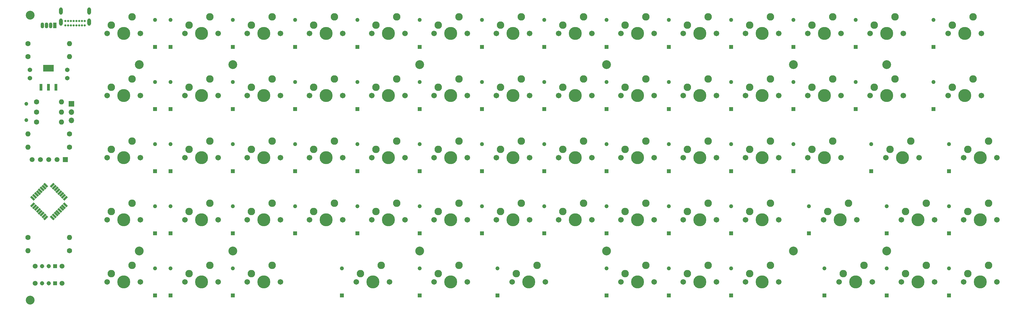
<source format=gts>
%TF.GenerationSoftware,KiCad,Pcbnew,(6.0.2)*%
%TF.CreationDate,2022-05-11T02:42:15-06:00*%
%TF.ProjectId,Uniform,556e6966-6f72-46d2-9e6b-696361645f70,rev?*%
%TF.SameCoordinates,Original*%
%TF.FileFunction,Soldermask,Top*%
%TF.FilePolarity,Negative*%
%FSLAX46Y46*%
G04 Gerber Fmt 4.6, Leading zero omitted, Abs format (unit mm)*
G04 Created by KiCad (PCBNEW (6.0.2)) date 2022-05-11 02:42:15*
%MOMM*%
%LPD*%
G01*
G04 APERTURE LIST*
G04 Aperture macros list*
%AMRotRect*
0 Rectangle, with rotation*
0 The origin of the aperture is its center*
0 $1 length*
0 $2 width*
0 $3 Rotation angle, in degrees counterclockwise*
0 Add horizontal line*
21,1,$1,$2,0,0,$3*%
G04 Aperture macros list end*
%ADD10O,1.070000X1.800000*%
%ADD11R,1.070000X1.800000*%
%ADD12C,1.371600*%
%ADD13C,1.600000*%
%ADD14O,1.600000X1.600000*%
%ADD15C,1.150000*%
%ADD16R,1.508000X1.508000*%
%ADD17C,1.508000*%
%ADD18R,1.700000X1.700000*%
%ADD19O,1.700000X1.700000*%
%ADD20R,1.238000X1.238000*%
%ADD21C,1.238000*%
%ADD22C,1.701800*%
%ADD23C,3.987800*%
%ADD24C,2.286000*%
%ADD25C,1.500000*%
%ADD26R,1.308000X1.308000*%
%ADD27C,1.308000*%
%ADD28RotRect,0.600000X1.475000X225.000000*%
%ADD29RotRect,0.600000X1.475000X135.000000*%
%ADD30R,0.950000X2.150000*%
%ADD31R,3.250000X2.150000*%
%ADD32C,2.700000*%
%ADD33C,0.650000*%
%ADD34O,1.108000X2.216000*%
G04 APERTURE END LIST*
D10*
%TO.C,LED1*%
X46540000Y-111825000D03*
X47810000Y-111825000D03*
X49080000Y-111825000D03*
D11*
X50350000Y-111825000D03*
%TD*%
D12*
%TO.C,C1*%
X54112500Y-127975000D03*
X54112500Y-125475000D03*
%TD*%
%TO.C,C2*%
X42700000Y-125487500D03*
X42700000Y-127987500D03*
%TD*%
D13*
%TO.C,C3*%
X44740000Y-141500000D03*
D14*
X52360000Y-141500000D03*
%TD*%
D13*
%TO.C,C4*%
X44740000Y-135300000D03*
D14*
X52360000Y-135300000D03*
%TD*%
D13*
%TO.C,C5*%
X44740000Y-138400000D03*
D14*
X52360000Y-138400000D03*
%TD*%
D15*
%TO.C,C6*%
X41612500Y-140900000D03*
X41612500Y-135900000D03*
%TD*%
D16*
%TO.C,SWD1*%
X53587500Y-153000000D03*
D17*
X51047500Y-153000000D03*
X48507500Y-153000000D03*
X45967500Y-153000000D03*
X43427500Y-153000000D03*
%TD*%
D18*
%TO.C,LED2*%
X55412500Y-135875000D03*
D19*
X55412500Y-138415000D03*
X55412500Y-140955000D03*
%TD*%
D20*
%TO.C,D_0_0*%
X80962500Y-118446000D03*
D21*
X80962500Y-110154000D03*
%TD*%
D20*
%TO.C,D_0_1*%
X85725000Y-118446000D03*
D21*
X85725000Y-110154000D03*
%TD*%
D20*
%TO.C,D_0_2*%
X104775000Y-118446000D03*
D21*
X104775000Y-110154000D03*
%TD*%
D20*
%TO.C,D_0_3*%
X123825000Y-118446000D03*
D21*
X123825000Y-110154000D03*
%TD*%
D20*
%TO.C,D_0_4*%
X142875000Y-118446000D03*
D21*
X142875000Y-110154000D03*
%TD*%
D20*
%TO.C,D_0_5*%
X161925000Y-118446000D03*
D21*
X161925000Y-110154000D03*
%TD*%
D20*
%TO.C,D_0_6*%
X180975000Y-118446000D03*
D21*
X180975000Y-110154000D03*
%TD*%
D20*
%TO.C,D_0_7*%
X200025000Y-118446000D03*
D21*
X200025000Y-110154000D03*
%TD*%
D20*
%TO.C,D_0_8*%
X219075000Y-118446000D03*
D21*
X219075000Y-110154000D03*
%TD*%
D20*
%TO.C,D_0_9*%
X238125000Y-118446000D03*
D21*
X238125000Y-110154000D03*
%TD*%
D20*
%TO.C,D_0_10*%
X257175000Y-118446000D03*
D21*
X257175000Y-110154000D03*
%TD*%
D20*
%TO.C,D_0_11*%
X276225000Y-118446000D03*
D21*
X276225000Y-110154000D03*
%TD*%
D20*
%TO.C,D_0_12*%
X295275000Y-118446000D03*
D21*
X295275000Y-110154000D03*
%TD*%
D20*
%TO.C,D_0_13*%
X319087500Y-118446000D03*
D21*
X319087500Y-110154000D03*
%TD*%
D20*
%TO.C,D_1_0*%
X80962500Y-137496000D03*
D21*
X80962500Y-129204000D03*
%TD*%
D20*
%TO.C,D_1_1*%
X85725000Y-137496000D03*
D21*
X85725000Y-129204000D03*
%TD*%
D20*
%TO.C,D_1_2*%
X104775000Y-137496000D03*
D21*
X104775000Y-129204000D03*
%TD*%
D20*
%TO.C,D_1_3*%
X123825000Y-137496000D03*
D21*
X123825000Y-129204000D03*
%TD*%
D20*
%TO.C,D_1_4*%
X142875000Y-137496000D03*
D21*
X142875000Y-129204000D03*
%TD*%
D20*
%TO.C,D_1_5*%
X161925000Y-137496000D03*
D21*
X161925000Y-129204000D03*
%TD*%
D20*
%TO.C,D_1_6*%
X180975000Y-137496000D03*
D21*
X180975000Y-129204000D03*
%TD*%
D20*
%TO.C,D_1_7*%
X200025000Y-137496000D03*
D21*
X200025000Y-129204000D03*
%TD*%
D20*
%TO.C,D_1_8*%
X219075000Y-137496000D03*
D21*
X219075000Y-129204000D03*
%TD*%
D20*
%TO.C,D_1_9*%
X238125000Y-137496000D03*
D21*
X238125000Y-129204000D03*
%TD*%
D20*
%TO.C,D_1_10*%
X257175000Y-137496000D03*
D21*
X257175000Y-129204000D03*
%TD*%
D20*
%TO.C,D_1_11*%
X276225000Y-137496000D03*
D21*
X276225000Y-129204000D03*
%TD*%
D20*
%TO.C,D_1_12*%
X295275000Y-137496000D03*
D21*
X295275000Y-129204000D03*
%TD*%
D20*
%TO.C,D_1_13*%
X319087500Y-137496000D03*
D21*
X319087500Y-129204000D03*
%TD*%
D20*
%TO.C,D_2_0*%
X80962500Y-156546000D03*
D21*
X80962500Y-148254000D03*
%TD*%
D20*
%TO.C,D_2_1*%
X85725000Y-156546000D03*
D21*
X85725000Y-148254000D03*
%TD*%
D20*
%TO.C,D_2_2*%
X104775000Y-156546000D03*
D21*
X104775000Y-148254000D03*
%TD*%
D20*
%TO.C,D_2_3*%
X123825000Y-156546000D03*
D21*
X123825000Y-148254000D03*
%TD*%
D20*
%TO.C,D_2_4*%
X142875000Y-156546000D03*
D21*
X142875000Y-148254000D03*
%TD*%
D20*
%TO.C,D_2_5*%
X161925000Y-156546000D03*
D21*
X161925000Y-148254000D03*
%TD*%
D20*
%TO.C,D_2_6*%
X180975000Y-156546000D03*
D21*
X180975000Y-148254000D03*
%TD*%
D20*
%TO.C,D_2_7*%
X200025000Y-156546000D03*
D21*
X200025000Y-148254000D03*
%TD*%
D20*
%TO.C,D_2_8*%
X219075000Y-156546000D03*
D21*
X219075000Y-148254000D03*
%TD*%
D20*
%TO.C,D_2_9*%
X238125000Y-156546000D03*
D21*
X238125000Y-148254000D03*
%TD*%
D20*
%TO.C,D_2_10*%
X257175000Y-156546000D03*
D21*
X257175000Y-148254000D03*
%TD*%
D20*
%TO.C,D_2_11*%
X276225000Y-156546000D03*
D21*
X276225000Y-148254000D03*
%TD*%
D20*
%TO.C,D_2_12*%
X300037500Y-156546000D03*
D21*
X300037500Y-148254000D03*
%TD*%
D20*
%TO.C,D_2_13*%
X323850000Y-156546000D03*
D21*
X323850000Y-148254000D03*
%TD*%
D20*
%TO.C,D_3_0*%
X80962500Y-175596000D03*
D21*
X80962500Y-167304000D03*
%TD*%
D20*
%TO.C,D_3_1*%
X85725000Y-175596000D03*
D21*
X85725000Y-167304000D03*
%TD*%
D20*
%TO.C,D_3_2*%
X104775000Y-175596000D03*
D21*
X104775000Y-167304000D03*
%TD*%
D20*
%TO.C,D_3_3*%
X123825000Y-175596000D03*
D21*
X123825000Y-167304000D03*
%TD*%
D20*
%TO.C,D_3_4*%
X142875000Y-175596000D03*
D21*
X142875000Y-167304000D03*
%TD*%
D20*
%TO.C,D_3_5*%
X161925000Y-175596000D03*
D21*
X161925000Y-167304000D03*
%TD*%
D20*
%TO.C,D_3_6*%
X180975000Y-175596000D03*
D21*
X180975000Y-167304000D03*
%TD*%
D20*
%TO.C,D_3_7*%
X200025000Y-175596000D03*
D21*
X200025000Y-167304000D03*
%TD*%
D20*
%TO.C,D_3_8*%
X219075000Y-175596000D03*
D21*
X219075000Y-167304000D03*
%TD*%
D20*
%TO.C,D_3_9*%
X238125000Y-175596000D03*
D21*
X238125000Y-167304000D03*
%TD*%
D20*
%TO.C,D_3_10*%
X257175000Y-175596000D03*
D21*
X257175000Y-167304000D03*
%TD*%
D20*
%TO.C,D_3_11*%
X280987500Y-175596000D03*
D21*
X280987500Y-167304000D03*
%TD*%
D20*
%TO.C,D_3_12*%
X304800000Y-175596000D03*
D21*
X304800000Y-167304000D03*
%TD*%
D20*
%TO.C,D_3_13*%
X323850000Y-175596000D03*
D21*
X323850000Y-167304000D03*
%TD*%
D20*
%TO.C,D_4_0*%
X80962500Y-194646000D03*
D21*
X80962500Y-186354000D03*
%TD*%
D20*
%TO.C,D_4_1*%
X85725000Y-194646000D03*
D21*
X85725000Y-186354000D03*
%TD*%
D20*
%TO.C,D_4_2*%
X104775000Y-194646000D03*
D21*
X104775000Y-186354000D03*
%TD*%
D20*
%TO.C,D_4_4*%
X138112500Y-194646000D03*
D21*
X138112500Y-186354000D03*
%TD*%
D20*
%TO.C,D_4_5*%
X161925000Y-194646000D03*
D21*
X161925000Y-186354000D03*
%TD*%
D20*
%TO.C,D_4_6*%
X185737500Y-194646000D03*
D21*
X185737500Y-186354000D03*
%TD*%
D20*
%TO.C,D_4_8*%
X219075000Y-194646000D03*
D21*
X219075000Y-186354000D03*
%TD*%
D20*
%TO.C,D_4_9*%
X238125000Y-194646000D03*
D21*
X238125000Y-186354000D03*
%TD*%
D20*
%TO.C,D_4_10*%
X257175000Y-194646000D03*
D21*
X257175000Y-186354000D03*
%TD*%
D20*
%TO.C,D_4_11*%
X285750000Y-194646000D03*
D21*
X285750000Y-186354000D03*
%TD*%
D20*
%TO.C,D_4_12*%
X304800000Y-194646000D03*
D21*
X304800000Y-186354000D03*
%TD*%
D20*
%TO.C,D_4_13*%
X323850000Y-194646000D03*
D21*
X323850000Y-186354000D03*
%TD*%
D22*
%TO.C,K_0_0*%
X76517500Y-114300000D03*
X66357500Y-114300000D03*
D23*
X71437500Y-114300000D03*
D24*
X73977500Y-109220000D03*
X67627500Y-111760000D03*
%TD*%
D22*
%TO.C,K_0_1*%
X90170000Y-114300000D03*
D23*
X95250000Y-114300000D03*
D22*
X100330000Y-114300000D03*
D24*
X97790000Y-109220000D03*
X91440000Y-111760000D03*
%TD*%
D22*
%TO.C,K_0_2*%
X109220000Y-114300000D03*
D23*
X114300000Y-114300000D03*
D22*
X119380000Y-114300000D03*
D24*
X116840000Y-109220000D03*
X110490000Y-111760000D03*
%TD*%
D22*
%TO.C,K_0_3*%
X128270000Y-114300000D03*
X138430000Y-114300000D03*
D23*
X133350000Y-114300000D03*
D24*
X135890000Y-109220000D03*
X129540000Y-111760000D03*
%TD*%
D22*
%TO.C,K_0_4*%
X147320000Y-114300000D03*
D23*
X152400000Y-114300000D03*
D22*
X157480000Y-114300000D03*
D24*
X154940000Y-109220000D03*
X148590000Y-111760000D03*
%TD*%
D22*
%TO.C,K_0_5*%
X176530000Y-114300000D03*
X166370000Y-114300000D03*
D23*
X171450000Y-114300000D03*
D24*
X173990000Y-109220000D03*
X167640000Y-111760000D03*
%TD*%
D23*
%TO.C,K_0_6*%
X190500000Y-114300000D03*
D22*
X185420000Y-114300000D03*
X195580000Y-114300000D03*
D24*
X193040000Y-109220000D03*
X186690000Y-111760000D03*
%TD*%
D22*
%TO.C,K_0_7*%
X214630000Y-114300000D03*
D23*
X209550000Y-114300000D03*
D22*
X204470000Y-114300000D03*
D24*
X212090000Y-109220000D03*
X205740000Y-111760000D03*
%TD*%
D22*
%TO.C,K_0_8*%
X233680000Y-114300000D03*
D23*
X228600000Y-114300000D03*
D22*
X223520000Y-114300000D03*
D24*
X231140000Y-109220000D03*
X224790000Y-111760000D03*
%TD*%
D23*
%TO.C,K_0_9*%
X247650000Y-114300000D03*
D22*
X242570000Y-114300000D03*
X252730000Y-114300000D03*
D24*
X250190000Y-109220000D03*
X243840000Y-111760000D03*
%TD*%
D22*
%TO.C,K_0_10*%
X261620000Y-114300000D03*
X271780000Y-114300000D03*
D23*
X266700000Y-114300000D03*
D24*
X269240000Y-109220000D03*
X262890000Y-111760000D03*
%TD*%
D23*
%TO.C,K_0_11*%
X285750000Y-114300000D03*
D22*
X290830000Y-114300000D03*
X280670000Y-114300000D03*
D24*
X288290000Y-109220000D03*
X281940000Y-111760000D03*
%TD*%
D22*
%TO.C,K_0_12*%
X299720000Y-114300000D03*
X309880000Y-114300000D03*
D23*
X304800000Y-114300000D03*
D24*
X307340000Y-109220000D03*
X300990000Y-111760000D03*
%TD*%
D23*
%TO.C,K_0_13*%
X328612500Y-114300000D03*
D22*
X333692500Y-114300000D03*
X323532500Y-114300000D03*
D24*
X331152500Y-109220000D03*
X324802500Y-111760000D03*
%TD*%
D22*
%TO.C,K_1_0*%
X66357500Y-133350000D03*
D23*
X71437500Y-133350000D03*
D22*
X76517500Y-133350000D03*
D24*
X73977500Y-128270000D03*
X67627500Y-130810000D03*
%TD*%
D22*
%TO.C,K_1_1*%
X90170000Y-133350000D03*
X100330000Y-133350000D03*
D23*
X95250000Y-133350000D03*
D24*
X97790000Y-128270000D03*
X91440000Y-130810000D03*
%TD*%
D22*
%TO.C,K_1_2*%
X109220000Y-133350000D03*
X119380000Y-133350000D03*
D23*
X114300000Y-133350000D03*
D24*
X116840000Y-128270000D03*
X110490000Y-130810000D03*
%TD*%
D22*
%TO.C,K_1_3*%
X128270000Y-133350000D03*
D23*
X133350000Y-133350000D03*
D22*
X138430000Y-133350000D03*
D24*
X135890000Y-128270000D03*
X129540000Y-130810000D03*
%TD*%
D22*
%TO.C,K_1_4*%
X157480000Y-133350000D03*
D23*
X152400000Y-133350000D03*
D22*
X147320000Y-133350000D03*
D24*
X154940000Y-128270000D03*
X148590000Y-130810000D03*
%TD*%
D22*
%TO.C,K_1_5*%
X176530000Y-133350000D03*
X166370000Y-133350000D03*
D23*
X171450000Y-133350000D03*
D24*
X173990000Y-128270000D03*
X167640000Y-130810000D03*
%TD*%
D23*
%TO.C,K_1_6*%
X190500000Y-133350000D03*
D22*
X185420000Y-133350000D03*
X195580000Y-133350000D03*
D24*
X193040000Y-128270000D03*
X186690000Y-130810000D03*
%TD*%
D23*
%TO.C,K_1_7*%
X209550000Y-133350000D03*
D22*
X214630000Y-133350000D03*
X204470000Y-133350000D03*
D24*
X212090000Y-128270000D03*
X205740000Y-130810000D03*
%TD*%
D22*
%TO.C,K_1_8*%
X233680000Y-133350000D03*
X223520000Y-133350000D03*
D23*
X228600000Y-133350000D03*
D24*
X231140000Y-128270000D03*
X224790000Y-130810000D03*
%TD*%
D22*
%TO.C,K_1_9*%
X242570000Y-133350000D03*
D23*
X247650000Y-133350000D03*
D22*
X252730000Y-133350000D03*
D24*
X250190000Y-128270000D03*
X243840000Y-130810000D03*
%TD*%
D22*
%TO.C,K_1_10*%
X271780000Y-133350000D03*
D23*
X266700000Y-133350000D03*
D22*
X261620000Y-133350000D03*
D24*
X269240000Y-128270000D03*
X262890000Y-130810000D03*
%TD*%
D23*
%TO.C,K_1_11*%
X285750000Y-133350000D03*
D22*
X280670000Y-133350000D03*
X290830000Y-133350000D03*
D24*
X288290000Y-128270000D03*
X281940000Y-130810000D03*
%TD*%
D22*
%TO.C,K_1_12*%
X309880000Y-133350000D03*
X299720000Y-133350000D03*
D23*
X304800000Y-133350000D03*
D24*
X307340000Y-128270000D03*
X300990000Y-130810000D03*
%TD*%
D22*
%TO.C,K_1_13*%
X323532500Y-133350000D03*
D23*
X328612500Y-133350000D03*
D22*
X333692500Y-133350000D03*
D24*
X331152500Y-128270000D03*
X324802500Y-130810000D03*
%TD*%
D22*
%TO.C,K_2_0*%
X76517500Y-152400000D03*
D23*
X71437500Y-152400000D03*
D22*
X66357500Y-152400000D03*
D24*
X73977500Y-147320000D03*
X67627500Y-149860000D03*
%TD*%
D22*
%TO.C,K_2_1*%
X90170000Y-152400000D03*
X100330000Y-152400000D03*
D23*
X95250000Y-152400000D03*
D24*
X97790000Y-147320000D03*
X91440000Y-149860000D03*
%TD*%
D22*
%TO.C,K_2_2*%
X109220000Y-152400000D03*
X119380000Y-152400000D03*
D23*
X114300000Y-152400000D03*
D24*
X116840000Y-147320000D03*
X110490000Y-149860000D03*
%TD*%
D22*
%TO.C,K_2_3*%
X128270000Y-152400000D03*
X138430000Y-152400000D03*
D23*
X133350000Y-152400000D03*
D24*
X135890000Y-147320000D03*
X129540000Y-149860000D03*
%TD*%
D23*
%TO.C,K_2_4*%
X152400000Y-152400000D03*
D22*
X147320000Y-152400000D03*
X157480000Y-152400000D03*
D24*
X154940000Y-147320000D03*
X148590000Y-149860000D03*
%TD*%
D23*
%TO.C,K_2_5*%
X171450000Y-152400000D03*
D22*
X166370000Y-152400000D03*
X176530000Y-152400000D03*
D24*
X173990000Y-147320000D03*
X167640000Y-149860000D03*
%TD*%
D23*
%TO.C,K_2_6*%
X190500000Y-152400000D03*
D22*
X185420000Y-152400000D03*
X195580000Y-152400000D03*
D24*
X193040000Y-147320000D03*
X186690000Y-149860000D03*
%TD*%
D22*
%TO.C,K_2_7*%
X204470000Y-152400000D03*
X214630000Y-152400000D03*
D23*
X209550000Y-152400000D03*
D24*
X212090000Y-147320000D03*
X205740000Y-149860000D03*
%TD*%
D22*
%TO.C,K_2_8*%
X223520000Y-152400000D03*
X233680000Y-152400000D03*
D23*
X228600000Y-152400000D03*
D24*
X231140000Y-147320000D03*
X224790000Y-149860000D03*
%TD*%
D22*
%TO.C,K_2_9*%
X242570000Y-152400000D03*
D23*
X247650000Y-152400000D03*
D22*
X252730000Y-152400000D03*
D24*
X250190000Y-147320000D03*
X243840000Y-149860000D03*
%TD*%
D22*
%TO.C,K_2_10*%
X271780000Y-152400000D03*
D23*
X266700000Y-152400000D03*
D22*
X261620000Y-152400000D03*
D24*
X269240000Y-147320000D03*
X262890000Y-149860000D03*
%TD*%
D23*
%TO.C,K_2_11*%
X285750000Y-152400000D03*
D22*
X290830000Y-152400000D03*
X280670000Y-152400000D03*
D24*
X288290000Y-147320000D03*
X281940000Y-149860000D03*
%TD*%
D23*
%TO.C,K_2_12*%
X309562500Y-152400000D03*
D22*
X314642500Y-152400000D03*
X304482500Y-152400000D03*
D24*
X312102500Y-147320000D03*
X305752500Y-149860000D03*
%TD*%
D22*
%TO.C,K_2_13*%
X338455000Y-152400000D03*
D23*
X333375000Y-152400000D03*
D22*
X328295000Y-152400000D03*
D24*
X335915000Y-147320000D03*
X329565000Y-149860000D03*
%TD*%
D23*
%TO.C,K_3_0*%
X71437500Y-171450000D03*
D22*
X76517500Y-171450000D03*
X66357500Y-171450000D03*
D24*
X73977500Y-166370000D03*
X67627500Y-168910000D03*
%TD*%
D22*
%TO.C,K_3_1*%
X100330000Y-171450000D03*
D23*
X95250000Y-171450000D03*
D22*
X90170000Y-171450000D03*
D24*
X97790000Y-166370000D03*
X91440000Y-168910000D03*
%TD*%
D23*
%TO.C,K_3_2*%
X114300000Y-171450000D03*
D22*
X109220000Y-171450000D03*
X119380000Y-171450000D03*
D24*
X116840000Y-166370000D03*
X110490000Y-168910000D03*
%TD*%
D23*
%TO.C,K_3_3*%
X133350000Y-171450000D03*
D22*
X128270000Y-171450000D03*
X138430000Y-171450000D03*
D24*
X135890000Y-166370000D03*
X129540000Y-168910000D03*
%TD*%
D22*
%TO.C,K_3_4*%
X147320000Y-171450000D03*
X157480000Y-171450000D03*
D23*
X152400000Y-171450000D03*
D24*
X154940000Y-166370000D03*
X148590000Y-168910000D03*
%TD*%
D23*
%TO.C,K_3_5*%
X171450000Y-171450000D03*
D22*
X176530000Y-171450000D03*
X166370000Y-171450000D03*
D24*
X173990000Y-166370000D03*
X167640000Y-168910000D03*
%TD*%
D23*
%TO.C,K_3_6*%
X190500000Y-171450000D03*
D22*
X185420000Y-171450000D03*
X195580000Y-171450000D03*
D24*
X193040000Y-166370000D03*
X186690000Y-168910000D03*
%TD*%
D22*
%TO.C,K_3_7*%
X204470000Y-171450000D03*
D23*
X209550000Y-171450000D03*
D22*
X214630000Y-171450000D03*
D24*
X212090000Y-166370000D03*
X205740000Y-168910000D03*
%TD*%
D22*
%TO.C,K_3_8*%
X223520000Y-171450000D03*
X233680000Y-171450000D03*
D23*
X228600000Y-171450000D03*
D24*
X231140000Y-166370000D03*
X224790000Y-168910000D03*
%TD*%
D22*
%TO.C,K_3_9*%
X252730000Y-171450000D03*
X242570000Y-171450000D03*
D23*
X247650000Y-171450000D03*
D24*
X250190000Y-166370000D03*
X243840000Y-168910000D03*
%TD*%
D23*
%TO.C,K_3_10*%
X266700000Y-171450000D03*
D22*
X271780000Y-171450000D03*
X261620000Y-171450000D03*
D24*
X269240000Y-166370000D03*
X262890000Y-168910000D03*
%TD*%
D23*
%TO.C,K_3_11*%
X290512500Y-171450000D03*
D22*
X285432500Y-171450000D03*
X295592500Y-171450000D03*
D24*
X293052500Y-166370000D03*
X286702500Y-168910000D03*
%TD*%
D23*
%TO.C,K_3_12*%
X314325000Y-171450000D03*
D22*
X319405000Y-171450000D03*
X309245000Y-171450000D03*
D24*
X316865000Y-166370000D03*
X310515000Y-168910000D03*
%TD*%
D23*
%TO.C,K_3_13*%
X333375000Y-171450000D03*
D22*
X338455000Y-171450000D03*
X328295000Y-171450000D03*
D24*
X335915000Y-166370000D03*
X329565000Y-168910000D03*
%TD*%
D23*
%TO.C,K_4_0*%
X71437500Y-190500000D03*
D22*
X66357500Y-190500000D03*
X76517500Y-190500000D03*
D24*
X73977500Y-185420000D03*
X67627500Y-187960000D03*
%TD*%
D22*
%TO.C,K_4_1*%
X100330000Y-190500000D03*
D23*
X95250000Y-190500000D03*
D22*
X90170000Y-190500000D03*
D24*
X97790000Y-185420000D03*
X91440000Y-187960000D03*
%TD*%
D22*
%TO.C,K_4_2*%
X119380000Y-190500000D03*
X109220000Y-190500000D03*
D23*
X114300000Y-190500000D03*
D24*
X116840000Y-185420000D03*
X110490000Y-187960000D03*
%TD*%
D22*
%TO.C,K_4_4*%
X152717500Y-190500000D03*
X142557500Y-190500000D03*
D23*
X147637500Y-190500000D03*
D24*
X150177500Y-185420000D03*
X143827500Y-187960000D03*
%TD*%
D22*
%TO.C,K_4_5*%
X176530000Y-190500000D03*
X166370000Y-190500000D03*
D23*
X171450000Y-190500000D03*
D24*
X173990000Y-185420000D03*
X167640000Y-187960000D03*
%TD*%
D22*
%TO.C,K_4_6*%
X190182500Y-190500000D03*
D23*
X195262500Y-190500000D03*
D22*
X200342500Y-190500000D03*
D24*
X197802500Y-185420000D03*
X191452500Y-187960000D03*
%TD*%
D23*
%TO.C,K_4_8*%
X228600000Y-190500000D03*
D22*
X223520000Y-190500000D03*
X233680000Y-190500000D03*
D24*
X231140000Y-185420000D03*
X224790000Y-187960000D03*
%TD*%
D22*
%TO.C,K_4_9*%
X252730000Y-190500000D03*
X242570000Y-190500000D03*
D23*
X247650000Y-190500000D03*
D24*
X250190000Y-185420000D03*
X243840000Y-187960000D03*
%TD*%
D23*
%TO.C,K_4_10*%
X266700000Y-190500000D03*
D22*
X261620000Y-190500000D03*
X271780000Y-190500000D03*
D24*
X269240000Y-185420000D03*
X262890000Y-187960000D03*
%TD*%
D23*
%TO.C,K_4_11*%
X295275000Y-190500000D03*
D22*
X300355000Y-190500000D03*
X290195000Y-190500000D03*
D24*
X297815000Y-185420000D03*
X291465000Y-187960000D03*
%TD*%
D22*
%TO.C,K_4_12*%
X319405000Y-190500000D03*
X309245000Y-190500000D03*
D23*
X314325000Y-190500000D03*
D24*
X316865000Y-185420000D03*
X310515000Y-187960000D03*
%TD*%
D22*
%TO.C,K_4_13*%
X338455000Y-190500000D03*
D23*
X333375000Y-190500000D03*
D22*
X328295000Y-190500000D03*
D24*
X335915000Y-185420000D03*
X329565000Y-187960000D03*
%TD*%
D13*
%TO.C,R1*%
X42100000Y-117400000D03*
D14*
X54800000Y-117400000D03*
%TD*%
D13*
%TO.C,R2*%
X54800000Y-180900000D03*
D14*
X42100000Y-180900000D03*
%TD*%
D13*
%TO.C,R3*%
X42100000Y-121400000D03*
D14*
X54800000Y-121400000D03*
%TD*%
D13*
%TO.C,R4*%
X42100000Y-176900000D03*
D14*
X54800000Y-176900000D03*
%TD*%
D13*
%TO.C,R5*%
X54800000Y-145150000D03*
D14*
X42100000Y-145150000D03*
%TD*%
D13*
%TO.C,R6*%
X54800000Y-149150000D03*
D14*
X42100000Y-149150000D03*
%TD*%
D25*
%TO.C,S1*%
X52562500Y-185650000D03*
X44362500Y-185650000D03*
D26*
X50462500Y-185650000D03*
D27*
X48462500Y-185650000D03*
X46462500Y-185650000D03*
%TD*%
D25*
%TO.C,S2*%
X52562500Y-190900000D03*
X44362500Y-190900000D03*
D26*
X50462500Y-190900000D03*
D27*
X48462500Y-190900000D03*
X46462500Y-190900000D03*
%TD*%
D28*
%TO.C,U1*%
X49604320Y-170826618D03*
X50170005Y-170260932D03*
X50735690Y-169695247D03*
X51301376Y-169129561D03*
X51867061Y-168563876D03*
X52432747Y-167998190D03*
X52998432Y-167432505D03*
X53564118Y-166866820D03*
D29*
X53564118Y-164833180D03*
X52998432Y-164267495D03*
X52432747Y-163701810D03*
X51867061Y-163136124D03*
X51301376Y-162570439D03*
X50735690Y-162004753D03*
X50170005Y-161439068D03*
X49604320Y-160873382D03*
D28*
X47570680Y-160873382D03*
X47004995Y-161439068D03*
X46439310Y-162004753D03*
X45873624Y-162570439D03*
X45307939Y-163136124D03*
X44742253Y-163701810D03*
X44176568Y-164267495D03*
X43610882Y-164833180D03*
D29*
X43610882Y-166866820D03*
X44176568Y-167432505D03*
X44742253Y-167998190D03*
X45307939Y-168563876D03*
X45873624Y-169129561D03*
X46439310Y-169695247D03*
X47004995Y-170260932D03*
X47570680Y-170826618D03*
%TD*%
D30*
%TO.C,VREG1*%
X46112500Y-130800000D03*
X48412500Y-130800000D03*
X50712500Y-130800000D03*
D31*
X48412500Y-125000000D03*
%TD*%
D32*
%TO.C,EM1*%
X42775000Y-108700000D03*
%TD*%
%TO.C,EM2*%
X42775000Y-196100000D03*
%TD*%
%TO.C,M8*%
X104775000Y-180975000D03*
%TD*%
%TO.C,M6*%
X304800000Y-123825000D03*
%TD*%
%TO.C,M11*%
X276225000Y-180975000D03*
%TD*%
%TO.C,M4*%
X219075000Y-123825000D03*
%TD*%
%TO.C,M7*%
X76200000Y-180975000D03*
%TD*%
%TO.C,M5*%
X276225000Y-123825000D03*
%TD*%
%TO.C,M2*%
X104775000Y-123825000D03*
%TD*%
%TO.C,M9*%
X161925000Y-180975000D03*
%TD*%
%TO.C,M1*%
X76200000Y-123825000D03*
%TD*%
%TO.C,M10*%
X219075000Y-180975000D03*
%TD*%
%TO.C,M12*%
X304800000Y-180975000D03*
%TD*%
%TO.C,M3*%
X161925000Y-123825000D03*
%TD*%
D33*
%TO.C,USBC1*%
X53550000Y-111825000D03*
X54400000Y-111825000D03*
X55250000Y-111825000D03*
X56100000Y-111825000D03*
X56950000Y-111825000D03*
X57800000Y-111825000D03*
X58650000Y-111825000D03*
X59500000Y-111825000D03*
X59500000Y-110475000D03*
X58650000Y-110475000D03*
X57800000Y-110475000D03*
X56950000Y-110475000D03*
X56100000Y-110475000D03*
X55250000Y-110475000D03*
X54400000Y-110475000D03*
X53550000Y-110475000D03*
D34*
X52200000Y-110845000D03*
X60850000Y-110845000D03*
X60850000Y-107465000D03*
X52200000Y-107465000D03*
%TD*%
M02*

</source>
